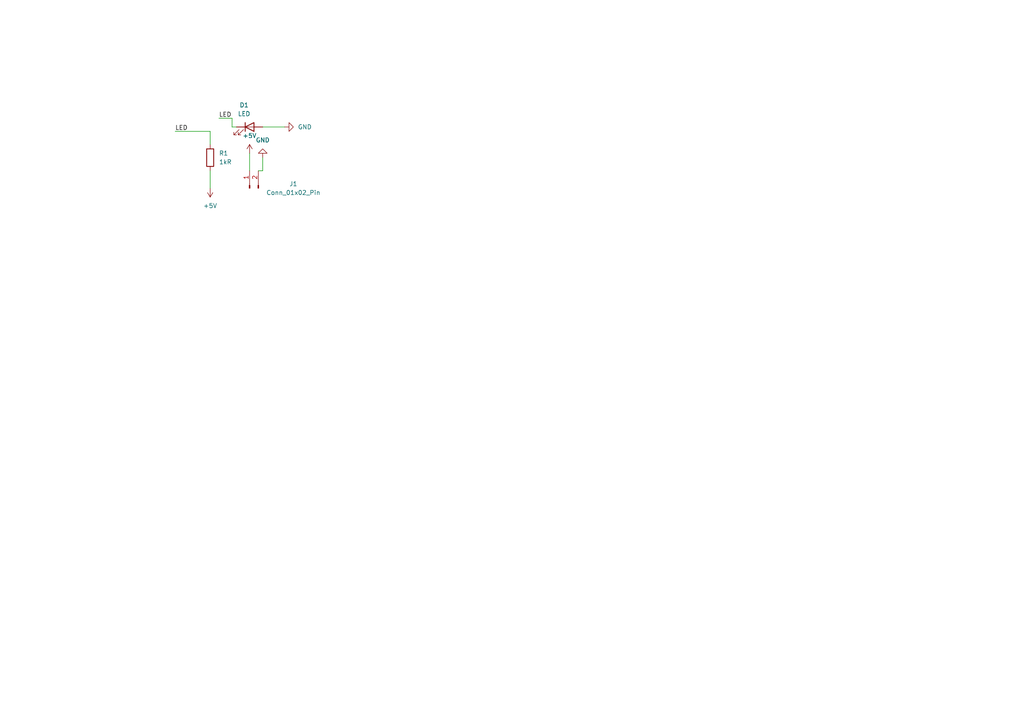
<source format=kicad_sch>
(kicad_sch (version 20230121) (generator eeschema)
  (paper "A4")
  (lib_symbols
    (symbol "Connector:Conn_01x02_Pin" (pin_names (offset 1.016) hide)
      (property "Reference" "J" (at 0 2.54 0))
      (property "Value" "Conn_01x02_Pin" (at 0 -5.08 0))
      (symbol "Conn_01x02_Pin_1_1"
        (polyline (pts (xy 1.27 -2.54) (xy 0.8636 -2.54)) (stroke (width 0.1524)))
        (polyline (pts (xy 1.27 0) (xy 0.8636 0)) (stroke (width 0.1524)))
        (rectangle (start 0.8636 -2.413) (end 0 -2.667) (stroke (width 0.1524)) (fill (type outline)))
        (rectangle (start 0.8636 0.127) (end 0 -0.127) (stroke (width 0.1524)) (fill (type outline)))
        (pin passive line (at 5.08 0 180) (length 3.81) (name "Pin_1") (number "1"))
        (pin passive line (at 5.08 -2.54 180) (length 3.81) (name "Pin_2") (number "2"))
      )
    )
    (symbol "Device:LED" (pin_numbers hide) (pin_names (offset 1.016) hide)
      (property "Reference" "D" (at 0 2.54 0))
      (property "Value" "LED" (at 0 -2.54 0))
      (symbol "LED_0_1"
        (polyline (pts (xy -1.27 -1.27) (xy -1.27 1.27)) (stroke (width 0.254)))
        (polyline (pts (xy -1.27 0) (xy 1.27 0)))
        (polyline (pts (xy 1.27 -1.27) (xy 1.27 1.27) (xy -1.27 0) (xy 1.27 -1.27)) (stroke (width 0.254)))
        (polyline (pts (xy -3.048 -0.762) (xy -4.572 -2.286) (xy -3.81 -2.286) (xy -4.572 -2.286) (xy -4.572 -1.524)))
        (polyline (pts (xy -1.778 -0.762) (xy -3.302 -2.286) (xy -2.54 -2.286) (xy -3.302 -2.286) (xy -3.302 -1.524)))
      )
      (symbol "LED_1_1"
        (pin passive line (at -3.81 0 0) (length 2.54) (name "K") (number "1"))
        (pin passive line (at 3.81 0 180) (length 2.54) (name "A") (number "2"))
      )
    )
    (symbol "Device:R" (pin_numbers hide) (pin_names (offset 0))
      (property "Reference" "R" (at 2.032 0 90))
      (property "Value" "R" (at 0 0 90))
      (symbol "R_0_1"
        (rectangle (start -1.016 -2.54) (end 1.016 2.54) (stroke (width 0.254)))
      )
      (symbol "R_1_1"
        (pin passive line (at 0 3.81 270) (length 1.27) (name "~") (number "1"))
        (pin passive line (at 0 -3.81 90) (length 1.27) (name "~") (number "2"))
      )
    )
    (symbol "power:+5V" (power) (pin_names (offset 0))
      (property "Value" "+5V" (at 0 3.556 0))
      (symbol "+5V_0_1"
        (polyline (pts (xy -0.762 1.27) (xy 0 2.54)))
        (polyline (pts (xy 0 0) (xy 0 2.54)))
        (polyline (pts (xy 0 2.54) (xy 0.762 1.27)))
      )
      (symbol "+5V_1_1"
        (pin power_in line (at 0 0 90) (length 0) hide (name "+5V") (number "1"))
      )
    )
    (symbol "power:GND" (power) (pin_names (offset 0))
      (property "Value" "GND" (at 0 -3.81 0))
      (symbol "GND_0_1"
        (polyline (pts (xy 0 0) (xy 0 -1.27) (xy 1.27 -1.27) (xy 0 -2.54) (xy -1.27 -1.27) (xy 0 -1.27)))
      )
      (symbol "GND_1_1"
        (pin power_in line (at 0 0 270) (length 0) hide (name "GND") (number "1"))
      )
    )
  )
  (wire (pts (xy 67.31 34.29) (xy 67.31 36.83)))
  (wire (pts (xy 67.31 36.83) (xy 68.58 36.83)))
  (wire (pts (xy 63.5 34.29) (xy 67.31 34.29)))
  (wire (pts (xy 60.96 38.1) (xy 60.96 41.91)))
  (wire (pts (xy 60.96 49.53) (xy 60.96 54.61)))
  (wire (pts (xy 72.39 44.45) (xy 72.39 49.53)))
  (wire (pts (xy 74.93 49.53) (xy 76.2 49.53)))
  (wire (pts (xy 76.2 36.83) (xy 82.55 36.83)))
  (wire (pts (xy 76.2 49.53) (xy 76.2 45.72)))
  (wire (pts (xy 50.8 38.1) (xy 60.96 38.1)))
  (label "LED" (at 50.8 38.1 0))
  (label "LED" (at 63.5 34.29 0))
  (symbol (lib_id "Connector:Conn_01x02_Pin") (at 72.39 54.61 90) (unit 1)
    (property "Reference" "J1" (at 85.09 53.34 90))
    (property "Value" "Conn_01x02_Pin" (at 85.09 55.88 90))
  )
  (symbol (lib_id "Device:LED") (at 72.39 36.83 0) (unit 1)
    (property "Reference" "D1" (at 70.8025 30.48 0))
    (property "Value" "LED" (at 70.8025 33.02 0))
    (property "Footprint" "LED_THT:LED_D5.0mm" (effects hide))
  )
  (symbol (lib_id "Device:R") (at 60.96 45.72 0) (unit 1)
    (property "Reference" "R1" (at 63.5 44.45 0) (effects (justify left)))
    (property "Value" "1kR" (at 63.5 46.99 0) (effects (justify left)))
    (property "Footprint" "Resistor_THT:R_Axial_DIN0204_L3.6mm_D1.6mm_P5.08mm_Horizontal" (effects hide))
  )
  (symbol (lib_id "power:GND") (at 76.2 45.72 180) (unit 1)
    (property "Reference" "#PWR02" (effects hide))
    (property "Value" "GND" (at 76.2 40.64 0))
  )
  (symbol (lib_id "power:GND") (at 82.55 36.83 90) (unit 1)
    (property "Reference" "#PWR04" (effects hide))
    (property "Value" "GND" (at 86.36 36.83 90) (effects (justify right)))
  )
  (symbol (lib_id "power:+5V") (at 72.39 44.45 0) (unit 1)
    (property "Reference" "#PWR03" (effects hide))
    (property "Value" "+5V" (at 72.39 39.37 0))
  )
  (symbol (lib_id "power:+5V") (at 60.96 54.61 180) (unit 1)
    (property "Reference" "#PWR01" (effects hide))
    (property "Value" "+5V" (at 60.96 59.69 0))
  )
)
</source>
